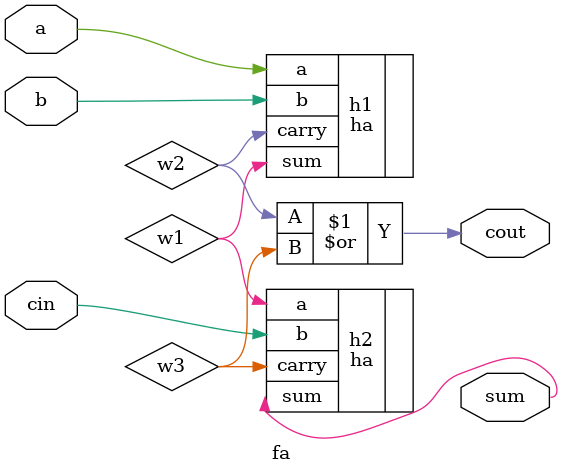
<source format=v>
module fa(a,b,cin,sum,cout);
input a,b,cin;
output sum,cout;
wire w1,w2;
ha h1(.a(a),.b(b),.sum(w1),.carry(w2));
ha h2(.a(w1),.b(cin),.sum(sum),.carry(w3));
or a1(cout,w2,w3);
endmodule

</source>
